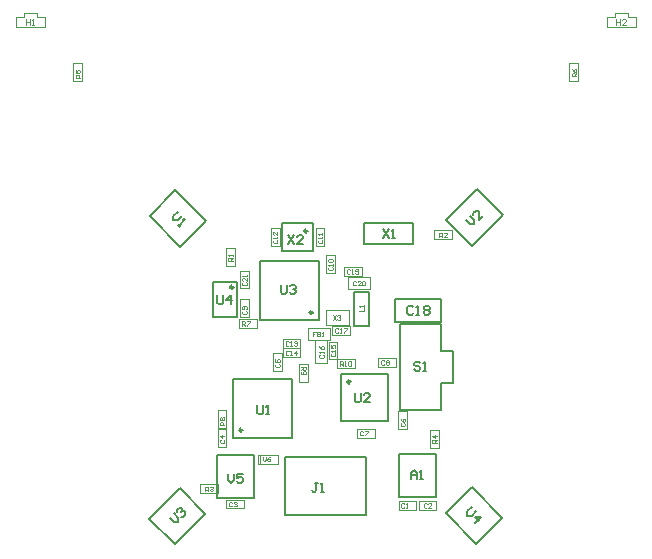
<source format=gto>
%FSLAX25Y25*%
%MOIN*%
G70*
G01*
G75*
G04 Layer_Color=16711935*
%ADD10C,0.01000*%
%ADD11C,0.02200*%
%ADD12C,0.01100*%
%ADD13R,0.02205X0.02677*%
%ADD14R,0.11811X0.15748*%
%ADD15R,0.01181X0.01575*%
%ADD16R,0.01575X0.01772*%
%ADD17R,0.01772X0.01575*%
%ADD18R,0.02362X0.01969*%
%ADD19R,0.01969X0.02362*%
%ADD20R,0.05315X0.05906*%
%ADD21R,0.01969X0.03937*%
%ADD22R,0.03100X0.03100*%
%ADD23R,0.03150X0.01181*%
%ADD24R,0.01181X0.03150*%
%ADD25O,0.01181X0.03150*%
%ADD26R,0.12598X0.12598*%
%ADD27R,0.12598X0.12598*%
%ADD28O,0.03150X0.01181*%
%ADD29R,0.02559X0.03740*%
G04:AMPARAMS|DCode=30|XSize=37.4mil|YSize=25.59mil|CornerRadius=0mil|HoleSize=0mil|Usage=FLASHONLY|Rotation=315.000|XOffset=0mil|YOffset=0mil|HoleType=Round|Shape=Rectangle|*
%AMROTATEDRECTD30*
4,1,4,-0.02227,0.00418,-0.00418,0.02227,0.02227,-0.00418,0.00418,-0.02227,-0.02227,0.00418,0.0*
%
%ADD30ROTATEDRECTD30*%

G04:AMPARAMS|DCode=31|XSize=37.4mil|YSize=25.59mil|CornerRadius=0mil|HoleSize=0mil|Usage=FLASHONLY|Rotation=225.000|XOffset=0mil|YOffset=0mil|HoleType=Round|Shape=Rectangle|*
%AMROTATEDRECTD31*
4,1,4,0.00418,0.02227,0.02227,0.00418,-0.00418,-0.02227,-0.02227,-0.00418,0.00418,0.02227,0.0*
%
%ADD31ROTATEDRECTD31*%

%ADD32R,0.03543X0.03150*%
%ADD33R,0.06299X0.05118*%
%ADD34R,0.01181X0.03543*%
%ADD35R,0.03150X0.06299*%
%ADD36R,0.03150X0.02559*%
%ADD37R,0.03937X0.04724*%
%ADD38R,0.02756X0.03150*%
%ADD39R,0.02362X0.03347*%
%ADD40C,0.03000*%
%ADD41C,0.00800*%
%ADD42C,0.02000*%
G04:AMPARAMS|DCode=43|XSize=35.43mil|YSize=78.74mil|CornerRadius=0mil|HoleSize=0mil|Usage=FLASHONLY|Rotation=45.000|XOffset=0mil|YOffset=0mil|HoleType=Round|Shape=Round|*
%AMOVALD43*
21,1,0.04331,0.03543,0.00000,0.00000,135.0*
1,1,0.03543,0.01531,-0.01531*
1,1,0.03543,-0.01531,0.01531*
%
%ADD43OVALD43*%

G04:AMPARAMS|DCode=44|XSize=47.24mil|YSize=23.62mil|CornerRadius=0mil|HoleSize=0mil|Usage=FLASHONLY|Rotation=45.000|XOffset=0mil|YOffset=0mil|HoleType=Round|Shape=Round|*
%AMOVALD44*
21,1,0.02362,0.02362,0.00000,0.00000,45.0*
1,1,0.02362,-0.00835,-0.00835*
1,1,0.02362,0.00835,0.00835*
%
%ADD44OVALD44*%

G04:AMPARAMS|DCode=45|XSize=47.24mil|YSize=23.62mil|CornerRadius=0mil|HoleSize=0mil|Usage=FLASHONLY|Rotation=315.000|XOffset=0mil|YOffset=0mil|HoleType=Round|Shape=Round|*
%AMOVALD45*
21,1,0.02362,0.02362,0.00000,0.00000,315.0*
1,1,0.02362,-0.00835,0.00835*
1,1,0.02362,0.00835,-0.00835*
%
%ADD45OVALD45*%

G04:AMPARAMS|DCode=46|XSize=35.43mil|YSize=78.74mil|CornerRadius=0mil|HoleSize=0mil|Usage=FLASHONLY|Rotation=315.000|XOffset=0mil|YOffset=0mil|HoleType=Round|Shape=Round|*
%AMOVALD46*
21,1,0.04331,0.03543,0.00000,0.00000,45.0*
1,1,0.03543,-0.01531,-0.01531*
1,1,0.03543,0.01531,0.01531*
%
%ADD46OVALD46*%

%ADD47O,0.02756X0.02953*%
%ADD48C,0.02953*%
%ADD49C,0.02700*%
%ADD50R,0.03005X0.03477*%
%ADD51R,0.12611X0.16548*%
%ADD52R,0.01981X0.02375*%
%ADD53R,0.02375X0.02572*%
%ADD54R,0.02572X0.02375*%
%ADD55R,0.03162X0.02769*%
%ADD56R,0.02769X0.03162*%
%ADD57R,0.06115X0.06706*%
%ADD58R,0.02769X0.04737*%
%ADD59R,0.03900X0.03900*%
%ADD60R,0.03950X0.01981*%
%ADD61R,0.01981X0.03950*%
%ADD62O,0.01981X0.03950*%
%ADD63R,0.13398X0.13398*%
%ADD64R,0.13398X0.13398*%
%ADD65O,0.03950X0.01981*%
%ADD66R,0.03359X0.04540*%
G04:AMPARAMS|DCode=67|XSize=45.4mil|YSize=33.59mil|CornerRadius=0mil|HoleSize=0mil|Usage=FLASHONLY|Rotation=315.000|XOffset=0mil|YOffset=0mil|HoleType=Round|Shape=Rectangle|*
%AMROTATEDRECTD67*
4,1,4,-0.02793,0.00418,-0.00418,0.02793,0.02793,-0.00418,0.00418,-0.02793,-0.02793,0.00418,0.0*
%
%ADD67ROTATEDRECTD67*%

G04:AMPARAMS|DCode=68|XSize=45.4mil|YSize=33.59mil|CornerRadius=0mil|HoleSize=0mil|Usage=FLASHONLY|Rotation=225.000|XOffset=0mil|YOffset=0mil|HoleType=Round|Shape=Rectangle|*
%AMROTATEDRECTD68*
4,1,4,0.00418,0.02793,0.02793,0.00418,-0.00418,-0.02793,-0.02793,-0.00418,0.00418,0.02793,0.0*
%
%ADD68ROTATEDRECTD68*%

%ADD69R,0.04343X0.03950*%
%ADD70R,0.07099X0.05918*%
%ADD71R,0.01981X0.04343*%
%ADD72R,0.03950X0.07099*%
%ADD73R,0.03950X0.03359*%
%ADD74R,0.04737X0.05524*%
%ADD75R,0.03556X0.03950*%
%ADD76R,0.03162X0.04147*%
G04:AMPARAMS|DCode=77|XSize=43.43mil|YSize=86.74mil|CornerRadius=0mil|HoleSize=0mil|Usage=FLASHONLY|Rotation=45.000|XOffset=0mil|YOffset=0mil|HoleType=Round|Shape=Round|*
%AMOVALD77*
21,1,0.04331,0.04343,0.00000,0.00000,135.0*
1,1,0.04343,0.01531,-0.01531*
1,1,0.04343,-0.01531,0.01531*
%
%ADD77OVALD77*%

G04:AMPARAMS|DCode=78|XSize=43.43mil|YSize=86.74mil|CornerRadius=0mil|HoleSize=0mil|Usage=FLASHONLY|Rotation=315.000|XOffset=0mil|YOffset=0mil|HoleType=Round|Shape=Round|*
%AMOVALD78*
21,1,0.04331,0.04343,0.00000,0.00000,45.0*
1,1,0.04343,-0.01531,-0.01531*
1,1,0.04343,0.01531,0.01531*
%
%ADD78OVALD78*%

%ADD79O,0.03556X0.03753*%
%ADD80C,0.03753*%
%ADD81C,0.00787*%
%ADD82C,0.00400*%
%ADD83C,0.00197*%
%ADD84C,0.00600*%
D10*
X208366Y225000D02*
G03*
X208366Y225000I-492J0D01*
G01*
X231791Y264173D02*
G03*
X231791Y264173I-492J0D01*
G01*
X244390Y241142D02*
G03*
X244390Y241142I-492J0D01*
G01*
X230020Y291339D02*
G03*
X230020Y291339I-492J0D01*
G01*
X205315Y272638D02*
G03*
X205315Y272638I-492J0D01*
G01*
D81*
X274729Y261061D02*
Y268861D01*
X259129D02*
X274529D01*
X259129Y261061D02*
Y268861D01*
Y261061D02*
X274529D01*
X245532Y259744D02*
Y270965D01*
X250532Y259744D02*
Y270965D01*
X245532D02*
X250532D01*
X245532Y259744D02*
X250532D01*
X205315Y242126D02*
X225000D01*
Y222441D02*
Y242126D01*
X205315Y222441D02*
X225000D01*
X205315D02*
Y242126D01*
X214173Y261614D02*
X233858D01*
Y281299D01*
X214173D02*
X233858D01*
X214173Y261614D02*
Y281299D01*
X200000Y216831D02*
X212205D01*
Y202461D02*
Y216831D01*
X200000Y202461D02*
X212205D01*
X200000D02*
Y216831D01*
X284831Y205912D02*
X294992Y195750D01*
X276201Y197282D02*
X284831Y205912D01*
X276201Y197282D02*
X286362Y187120D01*
X294992Y195750D01*
X177278Y195528D02*
X185908Y186898D01*
X177278Y195528D02*
X187439Y205689D01*
X196069Y197059D01*
X185908Y186898D02*
X196069Y197059D01*
X276372Y295067D02*
X286533Y305228D01*
X276372Y295067D02*
X285002Y286437D01*
X295163Y296598D01*
X286533Y305228D02*
X295163Y296598D01*
X177449Y296375D02*
X186079Y305006D01*
X196240Y294844D01*
X187610Y286214D02*
X196240Y294844D01*
X177449Y296375D02*
X187610Y286214D01*
X260630Y202854D02*
Y217224D01*
Y202854D02*
X272835D01*
Y217224D01*
X260630D02*
X272835D01*
X241339Y227953D02*
Y243701D01*
Y227953D02*
X257087D01*
Y243701D01*
X241339D02*
X257087D01*
X221457Y284842D02*
X232087D01*
Y293898D01*
X221457D02*
X232087D01*
X221457Y284842D02*
Y293898D01*
X198622Y262598D02*
Y274410D01*
Y262598D02*
X206496D01*
Y274410D01*
X198622D02*
X206496D01*
X248819Y287008D02*
Y294094D01*
X265354D01*
Y287008D02*
Y294094D01*
X248819Y287008D02*
X265354D01*
X274606Y251476D02*
X278543D01*
X274606Y240650D02*
X278543D01*
X274606Y231890D02*
Y240650D01*
Y251476D02*
Y260236D01*
X278543Y240650D02*
Y251476D01*
X260827Y260236D02*
X274606D01*
X260827Y231890D02*
Y260236D01*
Y231890D02*
X274606D01*
X222736Y196850D02*
Y215945D01*
X249705D01*
Y196850D02*
Y215945D01*
X222736Y196850D02*
X249705D01*
D82*
X132972Y359449D02*
X142618D01*
Y362598D01*
X139961D02*
X142618D01*
X139961D02*
Y363976D01*
X135630D02*
X139961D01*
X135630Y362598D02*
Y363976D01*
X132972Y362598D02*
X135630D01*
X132972Y359449D02*
Y362598D01*
X329823Y359449D02*
Y362598D01*
X332480D01*
Y363976D01*
X336811D01*
Y362598D02*
Y363976D01*
Y362598D02*
X339469D01*
Y359449D02*
Y362598D01*
X329823Y359449D02*
X339469D01*
X236614Y247441D02*
Y254921D01*
X232677D02*
X236614D01*
X232677Y247441D02*
Y254921D01*
Y247441D02*
X236614D01*
X243504Y272047D02*
Y275984D01*
X250984D01*
Y272047D02*
Y275984D01*
X243504Y272047D02*
X250984D01*
X230118Y259055D02*
X237598D01*
X230118Y255118D02*
Y259055D01*
Y255118D02*
X237598D01*
Y259055D01*
X236417Y260039D02*
X243898D01*
Y265158D01*
X236417D02*
X243898D01*
X236417Y260039D02*
Y265158D01*
X136221Y362137D02*
Y360138D01*
Y361138D01*
X137553D01*
Y362137D01*
Y360138D01*
X138220D02*
X138886D01*
X138553D01*
Y362137D01*
X138220Y361804D01*
X333071Y362137D02*
Y360138D01*
Y361138D01*
X334404D01*
Y362137D01*
Y360138D01*
X336403D02*
X335070D01*
X336403Y361471D01*
Y361804D01*
X336070Y362137D01*
X335403D01*
X335070Y361804D01*
X215256Y216165D02*
Y215165D01*
X215756Y214665D01*
X216256Y215165D01*
Y216165D01*
X217755D02*
X217255Y215915D01*
X216755Y215415D01*
Y214915D01*
X217005Y214665D01*
X217505D01*
X217755Y214915D01*
Y215165D01*
X217505Y215415D01*
X216755D01*
X208593Y274228D02*
X208343Y273978D01*
Y273478D01*
X208593Y273228D01*
X209593D01*
X209842Y273478D01*
Y273978D01*
X209593Y274228D01*
X209842Y275728D02*
Y274728D01*
X208843Y275728D01*
X208593D01*
X208343Y275478D01*
Y274978D01*
X208593Y274728D01*
X209842Y276227D02*
Y276727D01*
Y276477D01*
X208343D01*
X208593Y276227D01*
X244307Y278415D02*
X244057Y278665D01*
X243557D01*
X243307Y278415D01*
Y277415D01*
X243557Y277165D01*
X244057D01*
X244307Y277415D01*
X244807Y277165D02*
X245306D01*
X245057D01*
Y278665D01*
X244807Y278415D01*
X246056Y277415D02*
X246306Y277165D01*
X246806D01*
X247056Y277415D01*
Y278415D01*
X246806Y278665D01*
X246306D01*
X246056Y278415D01*
Y278165D01*
X246306Y277915D01*
X247056D01*
X240370Y258730D02*
X240120Y258980D01*
X239620D01*
X239370Y258730D01*
Y257730D01*
X239620Y257480D01*
X240120D01*
X240370Y257730D01*
X240870Y257480D02*
X241369D01*
X241120D01*
Y258980D01*
X240870Y258730D01*
X242119Y258980D02*
X243119D01*
Y258730D01*
X242119Y257730D01*
Y257480D01*
X238121Y250606D02*
X237871Y250356D01*
Y249856D01*
X238121Y249606D01*
X239120D01*
X239370Y249856D01*
Y250356D01*
X239120Y250606D01*
X239370Y251106D02*
Y251606D01*
Y251356D01*
X237871D01*
X238121Y251106D01*
X237871Y253355D02*
Y252355D01*
X238620D01*
X238370Y252855D01*
Y253105D01*
X238620Y253355D01*
X239120D01*
X239370Y253105D01*
Y252605D01*
X239120Y252355D01*
X223834Y251250D02*
X223584Y251500D01*
X223085D01*
X222835Y251250D01*
Y250250D01*
X223085Y250000D01*
X223584D01*
X223834Y250250D01*
X224334Y250000D02*
X224834D01*
X224584D01*
Y251500D01*
X224334Y251250D01*
X226333Y250000D02*
Y251500D01*
X225584Y250750D01*
X226583D01*
X223834Y254399D02*
X223584Y254649D01*
X223085D01*
X222835Y254399D01*
Y253399D01*
X223085Y253150D01*
X223584D01*
X223834Y253399D01*
X224334Y253150D02*
X224834D01*
X224584D01*
Y254649D01*
X224334Y254399D01*
X225584D02*
X225834Y254649D01*
X226333D01*
X226583Y254399D01*
Y254149D01*
X226333Y253899D01*
X226084D01*
X226333D01*
X226583Y253649D01*
Y253399D01*
X226333Y253150D01*
X225834D01*
X225584Y253399D01*
X237333Y279346D02*
X237083Y279096D01*
Y278596D01*
X237333Y278346D01*
X238333D01*
X238583Y278596D01*
Y279096D01*
X238333Y279346D01*
X238583Y279846D02*
Y280346D01*
Y280096D01*
X237083D01*
X237333Y279846D01*
Y281096D02*
X237083Y281346D01*
Y281845D01*
X237333Y282095D01*
X238333D01*
X238583Y281845D01*
Y281346D01*
X238333Y281096D01*
X237333D01*
X208593Y264779D02*
X208343Y264529D01*
Y264029D01*
X208593Y263779D01*
X209593D01*
X209842Y264029D01*
Y264529D01*
X209593Y264779D01*
Y265279D02*
X209842Y265529D01*
Y266029D01*
X209593Y266279D01*
X208593D01*
X208343Y266029D01*
Y265529D01*
X208593Y265279D01*
X208843D01*
X209093Y265529D01*
Y266279D01*
X204937Y200856D02*
X204687Y201106D01*
X204187D01*
X203937Y200856D01*
Y199856D01*
X204187Y199606D01*
X204687D01*
X204937Y199856D01*
X205436Y200856D02*
X205686Y201106D01*
X206186D01*
X206436Y200856D01*
Y200606D01*
X206186Y200356D01*
X205936D01*
X206186D01*
X206436Y200106D01*
Y199856D01*
X206186Y199606D01*
X205686D01*
X205436Y199856D01*
X201113Y221866D02*
X200863Y221616D01*
Y221116D01*
X201113Y220866D01*
X202112D01*
X202362Y221116D01*
Y221616D01*
X202112Y221866D01*
X202362Y223115D02*
X200863D01*
X201612Y222366D01*
Y223365D01*
X218829Y288401D02*
X218579Y288151D01*
Y287651D01*
X218829Y287402D01*
X219829D01*
X220079Y287651D01*
Y288151D01*
X219829Y288401D01*
X220079Y288901D02*
Y289401D01*
Y289151D01*
X218579D01*
X218829Y288901D01*
X220079Y291150D02*
Y290151D01*
X219079Y291150D01*
X218829D01*
X218579Y290900D01*
Y290401D01*
X218829Y290151D01*
X233790Y288401D02*
X233540Y288151D01*
Y287651D01*
X233790Y287402D01*
X234789D01*
X235039Y287651D01*
Y288151D01*
X234789Y288401D01*
X235039Y288901D02*
Y289401D01*
Y289151D01*
X233540D01*
X233790Y288901D01*
X235039Y290151D02*
Y290651D01*
Y290401D01*
X233540D01*
X233790Y290151D01*
X269897Y200462D02*
X269647Y200712D01*
X269148D01*
X268898Y200462D01*
Y199462D01*
X269148Y199213D01*
X269647D01*
X269897Y199462D01*
X271397Y199213D02*
X270397D01*
X271397Y200212D01*
Y200462D01*
X271147Y200712D01*
X270647D01*
X270397Y200462D01*
X262417Y200462D02*
X262167Y200712D01*
X261667D01*
X261417Y200462D01*
Y199462D01*
X261667Y199213D01*
X262167D01*
X262417Y199462D01*
X262917Y199213D02*
X263417D01*
X263167D01*
Y200712D01*
X262917Y200462D01*
X255724Y248100D02*
X255474Y248350D01*
X254974D01*
X254724Y248100D01*
Y247100D01*
X254974Y246850D01*
X255474D01*
X255724Y247100D01*
X256224Y248100D02*
X256474Y248350D01*
X256974D01*
X257224Y248100D01*
Y247850D01*
X256974Y247600D01*
X257224Y247350D01*
Y247100D01*
X256974Y246850D01*
X256474D01*
X256224Y247100D01*
Y247350D01*
X256474Y247600D01*
X256224Y247850D01*
Y248100D01*
X256474Y247600D02*
X256974D01*
X248638Y224478D02*
X248388Y224728D01*
X247888D01*
X247638Y224478D01*
Y223478D01*
X247888Y223228D01*
X248388D01*
X248638Y223478D01*
X249137Y224728D02*
X250137D01*
Y224478D01*
X249137Y223478D01*
Y223228D01*
X261349Y227378D02*
X261099Y227128D01*
Y226628D01*
X261349Y226378D01*
X262349D01*
X262598Y226628D01*
Y227128D01*
X262349Y227378D01*
X261099Y228877D02*
X261349Y228377D01*
X261849Y227877D01*
X262349D01*
X262598Y228127D01*
Y228627D01*
X262349Y228877D01*
X262099D01*
X261849Y228627D01*
Y227877D01*
X219617Y247063D02*
X219367Y246813D01*
Y246313D01*
X219617Y246063D01*
X220616D01*
X220866Y246313D01*
Y246813D01*
X220616Y247063D01*
X219367Y248562D02*
Y247563D01*
X220116D01*
X219866Y248062D01*
Y248312D01*
X220116Y248562D01*
X220616D01*
X220866Y248312D01*
Y247812D01*
X220616Y247563D01*
X319685Y342913D02*
X318185D01*
Y343663D01*
X318435Y343913D01*
X318935D01*
X319185Y343663D01*
Y342913D01*
Y343413D02*
X319685Y343913D01*
X318185Y345413D02*
X318435Y344913D01*
X318935Y344413D01*
X319435D01*
X319685Y344663D01*
Y345163D01*
X319435Y345413D01*
X319185D01*
X318935Y345163D01*
Y344413D01*
X154331Y342520D02*
X152831D01*
Y343269D01*
X153081Y343519D01*
X153581D01*
X153831Y343269D01*
Y342520D01*
Y343020D02*
X154331Y343519D01*
X152831Y345019D02*
Y344019D01*
X153581D01*
X153331Y344519D01*
Y344769D01*
X153581Y345019D01*
X154081D01*
X154331Y344769D01*
Y344269D01*
X154081Y344019D01*
X205118Y281496D02*
X203619D01*
Y282246D01*
X203869Y282496D01*
X204368D01*
X204618Y282246D01*
Y281496D01*
Y281996D02*
X205118Y282496D01*
Y282996D02*
Y283495D01*
Y283245D01*
X203619D01*
X203869Y282996D01*
X274016Y289370D02*
Y290870D01*
X274765D01*
X275015Y290620D01*
Y290120D01*
X274765Y289870D01*
X274016D01*
X274516D02*
X275015Y289370D01*
X276515D02*
X275515D01*
X276515Y290370D01*
Y290620D01*
X276265Y290870D01*
X275765D01*
X275515Y290620D01*
X196063Y204724D02*
Y206224D01*
X196813D01*
X197063Y205974D01*
Y205474D01*
X196813Y205224D01*
X196063D01*
X196563D02*
X197063Y204724D01*
X197563Y205974D02*
X197812Y206224D01*
X198312D01*
X198562Y205974D01*
Y205724D01*
X198312Y205474D01*
X198062D01*
X198312D01*
X198562Y205224D01*
Y204974D01*
X198312Y204724D01*
X197812D01*
X197563Y204974D01*
X273228Y220866D02*
X271729D01*
Y221616D01*
X271979Y221866D01*
X272479D01*
X272728Y221616D01*
Y220866D01*
Y221366D02*
X273228Y221866D01*
Y223115D02*
X271729D01*
X272479Y222366D01*
Y223365D01*
X234184Y250212D02*
X233934Y249962D01*
Y249463D01*
X234184Y249213D01*
X235183D01*
X235433Y249463D01*
Y249962D01*
X235183Y250212D01*
X235433Y250712D02*
Y251212D01*
Y250962D01*
X233934D01*
X234184Y250712D01*
X233934Y252961D02*
X234184Y252462D01*
X234683Y251962D01*
X235183D01*
X235433Y252212D01*
Y252712D01*
X235183Y252961D01*
X234933D01*
X234683Y252712D01*
Y251962D01*
X246275Y274478D02*
X246025Y274728D01*
X245526D01*
X245276Y274478D01*
Y273478D01*
X245526Y273228D01*
X246025D01*
X246275Y273478D01*
X247775Y273228D02*
X246775D01*
X247775Y274228D01*
Y274478D01*
X247525Y274728D01*
X247025D01*
X246775Y274478D01*
X248275D02*
X248525Y274728D01*
X249024D01*
X249274Y274478D01*
Y273478D01*
X249024Y273228D01*
X248525D01*
X248275Y273478D01*
Y274478D01*
X232889Y257799D02*
X231890D01*
Y257049D01*
X232390D01*
X231890D01*
Y256299D01*
X233389Y257799D02*
Y256299D01*
X234139D01*
X234389Y256549D01*
Y256799D01*
X234139Y257049D01*
X233389D01*
X234139D01*
X234389Y257299D01*
Y257549D01*
X234139Y257799D01*
X233389D01*
X234889Y256299D02*
X235389D01*
X235139D01*
Y257799D01*
X234889Y257549D01*
X238583Y263311D02*
X239582Y261811D01*
Y263311D02*
X238583Y261811D01*
X240082Y263061D02*
X240332Y263311D01*
X240832D01*
X241082Y263061D01*
Y262811D01*
X240832Y262561D01*
X240582D01*
X240832D01*
X241082Y262311D01*
Y262061D01*
X240832Y261811D01*
X240332D01*
X240082Y262061D01*
X247319Y264567D02*
X248819D01*
Y265567D01*
Y266066D02*
Y266566D01*
Y266316D01*
X247319D01*
X247569Y266066D01*
X208268Y259842D02*
Y261342D01*
X209017D01*
X209267Y261092D01*
Y260592D01*
X209017Y260342D01*
X208268D01*
X208768D02*
X209267Y259842D01*
X209767Y261342D02*
X210767D01*
Y261092D01*
X209767Y260092D01*
Y259842D01*
X202362Y226772D02*
X200863D01*
Y227521D01*
X201113Y227771D01*
X201612D01*
X201862Y227521D01*
Y226772D01*
Y227272D02*
X202362Y227771D01*
X201113Y228271D02*
X200863Y228521D01*
Y229021D01*
X201113Y229271D01*
X201362D01*
X201612Y229021D01*
X201862Y229271D01*
X202112D01*
X202362Y229021D01*
Y228521D01*
X202112Y228271D01*
X201862D01*
X201612Y228521D01*
X201362Y228271D01*
X201113D01*
X201612Y228521D02*
Y229021D01*
X227953Y246063D02*
X229452D01*
Y245313D01*
X229202Y245063D01*
X228702D01*
X228453Y245313D01*
Y246063D01*
Y245563D02*
X227953Y245063D01*
X228203Y244564D02*
X227953Y244314D01*
Y243814D01*
X228203Y243564D01*
X229202D01*
X229452Y243814D01*
Y244314D01*
X229202Y244564D01*
X228952D01*
X228702Y244314D01*
Y243564D01*
X240945Y246457D02*
Y247956D01*
X241695D01*
X241945Y247706D01*
Y247206D01*
X241695Y246956D01*
X240945D01*
X241445D02*
X241945Y246457D01*
X242444D02*
X242944D01*
X242694D01*
Y247956D01*
X242444Y247706D01*
X243694D02*
X243944Y247956D01*
X244444D01*
X244694Y247706D01*
Y246707D01*
X244444Y246457D01*
X243944D01*
X243694Y246707D01*
Y247706D01*
D83*
X214370Y213878D02*
Y216831D01*
X213681Y213878D02*
Y216831D01*
Y213878D02*
X220177D01*
Y216831D01*
X213681D02*
X220177D01*
X207579Y272244D02*
X210531D01*
X207579D02*
Y278150D01*
X210531D01*
Y272244D02*
Y278150D01*
X242323Y279429D02*
X248228D01*
X242323Y276476D02*
Y279429D01*
Y276476D02*
X248228D01*
Y279429D01*
X244291Y256791D02*
Y259744D01*
X238386Y256791D02*
X244291D01*
X238386D02*
Y259744D01*
X244291D01*
X240059Y248622D02*
Y254528D01*
X237106D02*
X240059D01*
X237106Y248622D02*
Y254528D01*
Y248622D02*
X240059D01*
X227756Y249311D02*
Y252264D01*
X221850Y249311D02*
X227756D01*
X221850D02*
Y252264D01*
X227756D01*
X221850Y252461D02*
X227756D01*
Y255413D01*
X221850D02*
X227756D01*
X221850Y252461D02*
Y255413D01*
X236319Y277362D02*
X239272D01*
X236319D02*
Y283268D01*
X239272D01*
Y277362D02*
Y283268D01*
X210531Y262795D02*
Y268701D01*
X207579D02*
X210531D01*
X207579Y262795D02*
Y268701D01*
Y262795D02*
X210531D01*
X202953Y198917D02*
Y201870D01*
X208858D01*
Y198917D02*
Y201870D01*
X202953Y198917D02*
X208858D01*
X200098Y219488D02*
Y225394D01*
Y219488D02*
X203051D01*
Y225394D01*
X200098D02*
X203051D01*
X217815Y286417D02*
X220768D01*
X217815D02*
Y292323D01*
X220768D01*
Y286417D02*
Y292323D01*
X235728Y286417D02*
Y292323D01*
X232776D02*
X235728D01*
X232776Y286417D02*
Y292323D01*
Y286417D02*
X235728D01*
X273031Y198524D02*
Y201476D01*
X267126Y198524D02*
X273031D01*
X267126D02*
Y201476D01*
X273031D01*
X260433Y198524D02*
X266339D01*
Y201476D01*
X260433D02*
X266339D01*
X260433Y198524D02*
Y201476D01*
X253740Y246161D02*
Y249114D01*
X259646D01*
Y246161D02*
Y249114D01*
X253740Y246161D02*
X259646D01*
X246654Y222539D02*
X252559D01*
Y225492D01*
X246654D02*
X252559D01*
X246654Y222539D02*
Y225492D01*
X260335Y225394D02*
X263287D01*
X260335D02*
Y231299D01*
X263287D01*
Y225394D02*
Y231299D01*
X218602Y244685D02*
Y250591D01*
Y244685D02*
X221555D01*
Y250591D01*
X218602D02*
X221555D01*
X317421Y347441D02*
X320374D01*
Y341535D02*
Y347441D01*
X317421Y341535D02*
X320374D01*
X317421D02*
Y347441D01*
X155020Y341535D02*
Y347441D01*
X152067D02*
X155020D01*
X152067Y341535D02*
Y347441D01*
Y341535D02*
X155020D01*
X202854Y285630D02*
X205807D01*
Y279724D02*
Y285630D01*
X202854Y279724D02*
X205807D01*
X202854D02*
Y285630D01*
X272304Y291742D02*
X278209D01*
X272304Y288789D02*
Y291742D01*
Y288789D02*
X278209D01*
Y291742D01*
X200197Y204035D02*
Y206988D01*
X194291Y204035D02*
X200197D01*
X194291D02*
Y206988D01*
X200197D01*
X270965Y219094D02*
Y225000D01*
Y219094D02*
X273917D01*
Y225000D01*
X270965D02*
X273917D01*
X207283Y259154D02*
Y262106D01*
X213189D01*
Y259154D02*
Y262106D01*
X207283Y259154D02*
X213189D01*
X200098Y225787D02*
X203051D01*
X200098D02*
Y231693D01*
X203051D01*
Y225787D02*
Y231693D01*
X227264Y247047D02*
X230217D01*
Y241142D02*
Y247047D01*
X227264Y241142D02*
X230217D01*
X227264D02*
Y247047D01*
X239961Y245768D02*
Y248721D01*
X245866D01*
Y245768D02*
Y248721D01*
X239961Y245768D02*
X245866D01*
D84*
X265287Y265983D02*
X264787Y266483D01*
X263787D01*
X263287Y265983D01*
Y263984D01*
X263787Y263484D01*
X264787D01*
X265287Y263984D01*
X266286Y263484D02*
X267286D01*
X266786D01*
Y266483D01*
X266286Y265983D01*
X268786D02*
X269285Y266483D01*
X270285D01*
X270785Y265983D01*
Y265484D01*
X270285Y264984D01*
X270785Y264484D01*
Y263984D01*
X270285Y263484D01*
X269285D01*
X268786Y263984D01*
Y264484D01*
X269285Y264984D01*
X268786Y265484D01*
Y265983D01*
X269285Y264984D02*
X270285D01*
X213386Y233314D02*
Y230815D01*
X213886Y230315D01*
X214885D01*
X215385Y230815D01*
Y233314D01*
X216385Y230315D02*
X217385D01*
X216885D01*
Y233314D01*
X216385Y232814D01*
X221260Y273471D02*
Y270972D01*
X221760Y270472D01*
X222759D01*
X223259Y270972D01*
Y273471D01*
X224259Y272972D02*
X224759Y273471D01*
X225758D01*
X226258Y272972D01*
Y272472D01*
X225758Y271972D01*
X225259D01*
X225758D01*
X226258Y271472D01*
Y270972D01*
X225758Y270472D01*
X224759D01*
X224259Y270972D01*
X203543Y210479D02*
Y208480D01*
X204543Y207480D01*
X205543Y208480D01*
Y210479D01*
X208542D02*
X206542D01*
Y208980D01*
X207542Y209480D01*
X208042D01*
X208542Y208980D01*
Y207980D01*
X208042Y207480D01*
X207042D01*
X206542Y207980D01*
X284798Y199365D02*
X283384Y197951D01*
Y196537D01*
X284798Y196537D01*
X286212Y197951D01*
X285858Y194063D02*
X287979Y196184D01*
X285858Y196184D01*
X287272Y194770D01*
X184100Y195821D02*
X185514Y194408D01*
X186927D01*
X186927Y195821D01*
X185514Y197235D01*
X186574Y197589D02*
Y198295D01*
X187281Y199002D01*
X187988Y199002D01*
X188341Y198649D01*
Y197942D01*
X187988Y197589D01*
X188341Y197942D01*
X189048Y197942D01*
X189401Y197589D01*
X189401Y196882D01*
X188695Y196175D01*
X187988D01*
X282919Y295034D02*
X284332Y293620D01*
X285746D01*
X285746Y295034D01*
X284332Y296448D01*
X288574D02*
X287160Y295034D01*
Y297862D01*
X286807Y298215D01*
X286100Y298215D01*
X285393Y297508D01*
Y296801D01*
X186766Y297790D02*
X185353Y296376D01*
Y294962D01*
X186766Y294962D01*
X188180Y296376D01*
X186766Y293549D02*
X187473Y292842D01*
X187120Y293195D01*
X189240Y295316D01*
X188533D01*
X264567Y208661D02*
Y210661D01*
X265567Y211660D01*
X266566Y210661D01*
Y208661D01*
Y210161D01*
X264567D01*
X267566Y208661D02*
X268566D01*
X268066D01*
Y211660D01*
X267566Y211161D01*
X245866Y237349D02*
Y234850D01*
X246366Y234350D01*
X247366D01*
X247866Y234850D01*
Y237349D01*
X250865Y234350D02*
X248865D01*
X250865Y236350D01*
Y236850D01*
X250365Y237349D01*
X249365D01*
X248865Y236850D01*
X223622Y290007D02*
X225621Y287008D01*
Y290007D02*
X223622Y287008D01*
X228620D02*
X226621D01*
X228620Y289007D01*
Y289507D01*
X228121Y290007D01*
X227121D01*
X226621Y289507D01*
X200000Y269928D02*
Y267429D01*
X200500Y266929D01*
X201500D01*
X201999Y267429D01*
Y269928D01*
X204499Y266929D02*
Y269928D01*
X202999Y268429D01*
X204998D01*
X255118Y291975D02*
X257118Y288976D01*
Y291975D02*
X255118Y288976D01*
X258117D02*
X259117D01*
X258617D01*
Y291975D01*
X258117Y291476D01*
X267747Y247381D02*
X267248Y247881D01*
X266248D01*
X265748Y247381D01*
Y246881D01*
X266248Y246381D01*
X267248D01*
X267747Y245882D01*
Y245382D01*
X267248Y244882D01*
X266248D01*
X265748Y245382D01*
X268747Y244882D02*
X269747D01*
X269247D01*
Y247881D01*
X268747Y247381D01*
X233495Y207527D02*
X232496D01*
X232996D01*
Y205027D01*
X232496Y204528D01*
X231996D01*
X231496Y205027D01*
X234495Y204528D02*
X235495D01*
X234995D01*
Y207527D01*
X234495Y207027D01*
M02*

</source>
